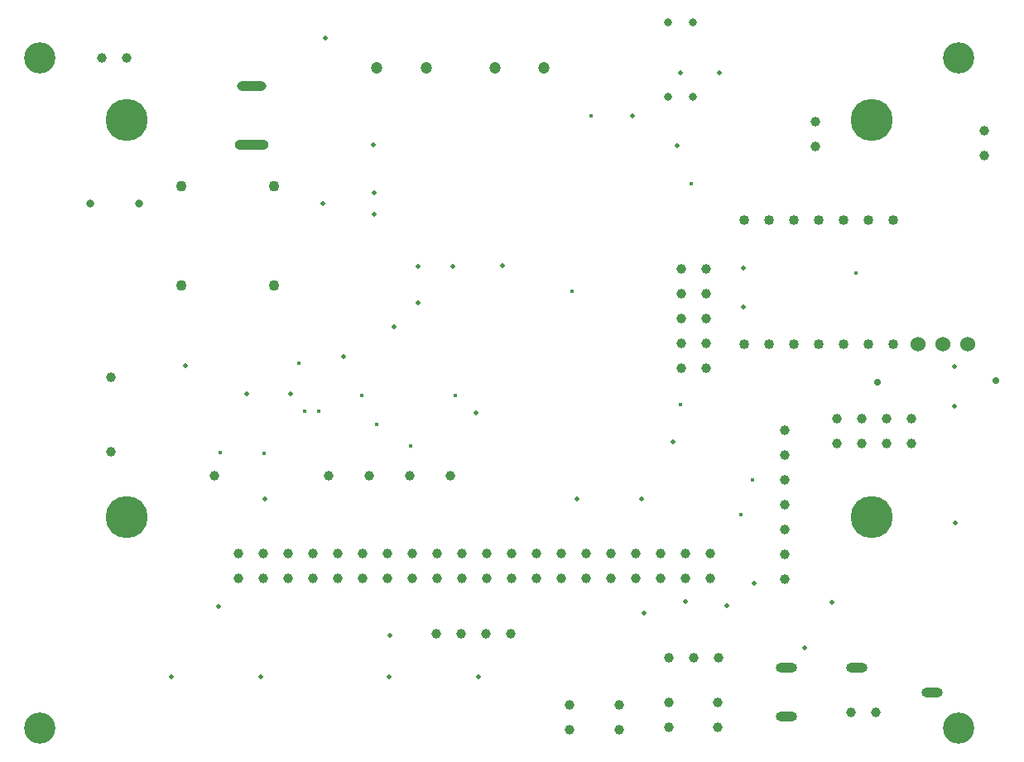
<source format=gbr>
%TF.GenerationSoftware,KiCad,Pcbnew,7.0.2*%
%TF.CreationDate,2024-04-06T16:22:42-07:00*%
%TF.ProjectId,MK-KS-MkIII,4d4b2d4b-532d-44d6-9b49-49492e6b6963,1.0*%
%TF.SameCoordinates,PX3a67068PY9f701d0*%
%TF.FileFunction,Plated,1,2,PTH,Mixed*%
%TF.FilePolarity,Positive*%
%FSLAX46Y46*%
G04 Gerber Fmt 4.6, Leading zero omitted, Abs format (unit mm)*
G04 Created by KiCad (PCBNEW 7.0.2) date 2024-04-06 16:22:42*
%MOMM*%
%LPD*%
G01*
G04 APERTURE LIST*
%TA.AperFunction,ViaDrill*%
%ADD10C,0.400000*%
%TD*%
%TA.AperFunction,ViaDrill*%
%ADD11C,0.500000*%
%TD*%
%TA.AperFunction,ViaDrill*%
%ADD12C,0.700000*%
%TD*%
%TA.AperFunction,ComponentDrill*%
%ADD13C,0.800000*%
%TD*%
%TA.AperFunction,ComponentDrill*%
%ADD14C,1.000000*%
%TD*%
G04 aperture for slot hole*
%TA.AperFunction,ComponentDrill*%
%ADD15O,3.000000X1.000000*%
%TD*%
G04 aperture for slot hole*
%TA.AperFunction,ComponentDrill*%
%ADD16O,3.500000X1.000000*%
%TD*%
G04 aperture for slot hole*
%TA.AperFunction,ComponentDrill*%
%ADD17O,2.200000X1.000000*%
%TD*%
%TA.AperFunction,ComponentDrill*%
%ADD18C,1.016000*%
%TD*%
%TA.AperFunction,ComponentDrill*%
%ADD19C,1.100000*%
%TD*%
%TA.AperFunction,ComponentDrill*%
%ADD20C,1.200000*%
%TD*%
%TA.AperFunction,ComponentDrill*%
%ADD21C,1.524000*%
%TD*%
%TA.AperFunction,ComponentDrill*%
%ADD22C,3.200000*%
%TD*%
%TA.AperFunction,ComponentDrill*%
%ADD23C,4.300000*%
%TD*%
G04 APERTURE END LIST*
D10*
X18390000Y28194000D03*
X22931000Y28157000D03*
X26459000Y37361000D03*
X27096000Y32410000D03*
X28486000Y32410000D03*
X32886000Y34053000D03*
X34411000Y31123000D03*
X37860000Y28898000D03*
X42504000Y34053000D03*
X54437000Y44754000D03*
X56321000Y62649000D03*
X65490000Y33087000D03*
X66611000Y55749000D03*
X71689420Y21882580D03*
X72905000Y25396000D03*
X83485000Y46589000D03*
D11*
X13469000Y5257000D03*
X14850000Y37111000D03*
X18229000Y12426000D03*
X21124000Y34241000D03*
X22564000Y5263000D03*
X22980000Y23451000D03*
X25601000Y34253000D03*
X28926600Y53700000D03*
X29175000Y70662000D03*
X31083000Y38051000D03*
X34103000Y59685000D03*
X34145000Y54802000D03*
X34147000Y52557000D03*
X35739000Y5263000D03*
X35799000Y9522000D03*
X36230700Y41119000D03*
X38668000Y47229000D03*
X38672000Y43531000D03*
X42195000Y47230000D03*
X44607000Y32245000D03*
X44837000Y5252000D03*
X47259000Y47307000D03*
X54913000Y23469000D03*
X60629000Y62673000D03*
X61537000Y23444000D03*
X61775000Y11784000D03*
X64755000Y29315000D03*
X65200000Y59614000D03*
X65474000Y67052000D03*
X66028000Y12935000D03*
X69452000Y67077000D03*
X70267000Y12575000D03*
X71941000Y47101000D03*
X71941000Y43096000D03*
X73007000Y14868000D03*
X78188000Y8202000D03*
X80985000Y12925000D03*
X93566000Y37029000D03*
X93566000Y32925000D03*
X93578000Y21030000D03*
D12*
X85680000Y35440000D03*
X97792000Y35552000D03*
D13*
%TO.C,C1*%
X5155251Y53717800D03*
X10155251Y53717800D03*
%TO.C,SW4*%
X64208600Y72266800D03*
X64208600Y64646800D03*
X66748600Y72266800D03*
X66748600Y64646800D03*
D14*
%TO.C,JP9*%
X6311000Y68576000D03*
%TO.C,BZ1*%
X7272600Y35913800D03*
X7272600Y28313800D03*
%TO.C,JP9*%
X8851000Y68576000D03*
%TO.C,TP2*%
X17811200Y25830800D03*
%TO.C,J5*%
X20301600Y17874800D03*
X20301600Y15334800D03*
D15*
%TO.C,J2*%
X21640800Y65693700D03*
D16*
X21640800Y59693700D03*
D14*
%TO.C,J5*%
X22841600Y17874800D03*
X22841600Y15334800D03*
X25381600Y17874800D03*
X25381600Y15334800D03*
X27921600Y17874800D03*
X27921600Y15334800D03*
%TO.C,TP4*%
X29548600Y25830800D03*
%TO.C,J5*%
X30461600Y17874800D03*
X30461600Y15334800D03*
X33001600Y17874800D03*
X33001600Y15334800D03*
%TO.C,TP5*%
X33649200Y25830800D03*
%TO.C,J5*%
X35541600Y17874800D03*
X35541600Y15334800D03*
%TO.C,TP3*%
X37855600Y25830800D03*
%TO.C,J5*%
X38081600Y17874800D03*
X38081600Y15334800D03*
%TO.C,J6*%
X40510600Y9626800D03*
%TO.C,J5*%
X40621600Y17874800D03*
X40621600Y15334800D03*
%TO.C,TP1*%
X41923600Y25830800D03*
%TO.C,J6*%
X43050600Y9626800D03*
%TO.C,J5*%
X43161600Y17874800D03*
X43161600Y15334800D03*
%TO.C,J6*%
X45590600Y9626800D03*
%TO.C,J5*%
X45701600Y17874800D03*
X45701600Y15334800D03*
%TO.C,J6*%
X48130600Y9626800D03*
%TO.C,J5*%
X48241600Y17874800D03*
X48241600Y15334800D03*
X50781600Y17874800D03*
X50781600Y15334800D03*
X53321600Y17874800D03*
X53321600Y15334800D03*
%TO.C,SW1*%
X54142600Y2413800D03*
X54142600Y-126200D03*
%TO.C,J5*%
X55861600Y17874800D03*
X55861600Y15334800D03*
X58401600Y17874800D03*
X58401600Y15334800D03*
%TO.C,SW1*%
X59222600Y2413800D03*
X59222600Y-126200D03*
%TO.C,J5*%
X60941600Y17874800D03*
X60941600Y15334800D03*
X63481600Y17874800D03*
X63481600Y15334800D03*
%TO.C,JP3*%
X64280600Y2652800D03*
X64280600Y112800D03*
%TO.C,OP1*%
X64288600Y7199800D03*
%TO.C,J4*%
X65555600Y46990000D03*
X65555600Y44450000D03*
X65555600Y41910000D03*
X65555600Y39370000D03*
X65555600Y36830000D03*
%TO.C,J5*%
X66021600Y17874800D03*
X66021600Y15334800D03*
%TO.C,OP1*%
X66828600Y7199800D03*
%TO.C,J4*%
X68095600Y46990000D03*
X68095600Y44450000D03*
X68095600Y41910000D03*
X68095600Y39370000D03*
X68095600Y36830000D03*
%TO.C,J5*%
X68561600Y17874800D03*
X68561600Y15334800D03*
%TO.C,JP2*%
X69350600Y2652800D03*
X69350600Y112800D03*
%TO.C,OP1*%
X69368600Y7199800D03*
%TO.C,J1*%
X76174600Y30486800D03*
X76174600Y27946800D03*
X76174600Y25406800D03*
X76174600Y22866800D03*
X76174600Y20326800D03*
X76174600Y17786800D03*
X76174600Y15246800D03*
D17*
%TO.C,J3*%
X76340600Y6165800D03*
X76340600Y1165800D03*
D14*
%TO.C,JP8*%
X79261600Y62093800D03*
X79261600Y59553800D03*
%TO.C,JP4*%
X81531600Y31711800D03*
X81531600Y29171800D03*
%TO.C,JP1*%
X82948600Y1620800D03*
D17*
%TO.C,J3*%
X83540600Y6165800D03*
D14*
%TO.C,JP5*%
X84071600Y31711800D03*
X84071600Y29171800D03*
%TO.C,JP1*%
X85488600Y1620800D03*
%TO.C,JP6*%
X86611600Y31711800D03*
X86611600Y29171800D03*
%TO.C,JP7*%
X89151600Y31711800D03*
X89151600Y29171800D03*
D17*
%TO.C,J3*%
X91240600Y3665800D03*
D14*
%TO.C,OPa1*%
X96577600Y61125800D03*
X96577600Y58585800D03*
D18*
%TO.C,U1*%
X72004600Y52028800D03*
X72050600Y39328800D03*
X74544600Y52028800D03*
X74590600Y39328800D03*
X77084600Y52028800D03*
X77130600Y39328800D03*
X79624600Y52028800D03*
X79670600Y39328800D03*
X82164600Y52028800D03*
X82210600Y39328800D03*
X84704600Y52028800D03*
X84750600Y39328800D03*
X87244600Y52028800D03*
X87290600Y39328800D03*
D19*
%TO.C,D1*%
X14405600Y55436800D03*
X14405600Y45276800D03*
%TO.C,D2*%
X23955600Y55486800D03*
X23955600Y45326800D03*
D20*
%TO.C,ST1*%
X34470000Y67555000D03*
X39470000Y67555000D03*
%TO.C,ST2*%
X46535000Y67555000D03*
X51535000Y67555000D03*
D21*
%TO.C,U1*%
X89830600Y39328800D03*
X92370600Y39328800D03*
X94910600Y39328800D03*
D22*
%TO.C,M_KSI1*%
X0Y68580000D03*
%TO.C,M_KSI4*%
X0Y0D03*
%TO.C,M_KSI2*%
X93980000Y68580000D03*
%TO.C,M_KSI3*%
X93980000Y0D03*
D23*
%TO.C,SHLD-1*%
X8890000Y62230000D03*
%TO.C,SHLD-4*%
X8890000Y21590000D03*
%TO.C,SHLD-2*%
X85090000Y62230000D03*
%TO.C,SHLD-3*%
X85090000Y21590000D03*
M02*

</source>
